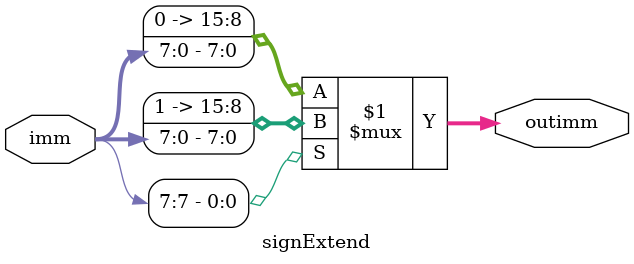
<source format=v>
`timescale 1ns/1ns 
module signExtend(input [7:0] imm,output [15:0] outimm);
  assign outimm = (imm[7])? {8'b11111111,imm}: {8'b0,imm};
endmodule 
</source>
